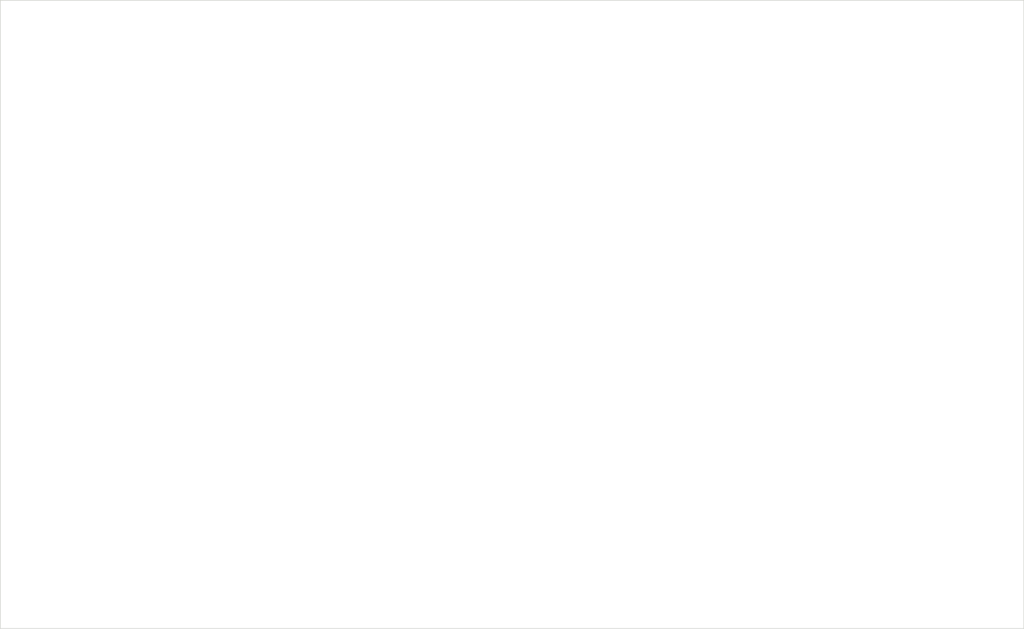
<source format=kicad_pcb>
(kicad_pcb (version 3) (host pcbnew "(2014-jan-25)-product")

  (general
    (links 0)
    (no_connects 0)
    (area 18.199999 27.699999 280.711001 108.460728)
    (thickness 1.6)
    (drawings 4)
    (tracks 0)
    (zones 0)
    (modules 0)
    (nets 1)
  )

  (page A4)
  (layers
    (15 F.Cu signal)
    (0 B.Cu signal)
    (16 B.Adhes user)
    (17 F.Adhes user)
    (18 B.Paste user)
    (19 F.Paste user)
    (20 B.SilkS user)
    (21 F.SilkS user)
    (22 B.Mask user)
    (23 F.Mask user)
    (24 Dwgs.User user)
    (25 Cmts.User user)
    (26 Eco1.User user)
    (27 Eco2.User user)
    (28 Edge.Cuts user)
  )

  (setup
    (last_trace_width 0.254)
    (trace_clearance 0.254)
    (zone_clearance 0.508)
    (zone_45_only no)
    (trace_min 0.254)
    (segment_width 0.2)
    (edge_width 0.1)
    (via_size 0.889)
    (via_drill 0.635)
    (via_min_size 0.889)
    (via_min_drill 0.508)
    (uvia_size 0.508)
    (uvia_drill 0.127)
    (uvias_allowed no)
    (uvia_min_size 0.508)
    (uvia_min_drill 0.127)
    (pcb_text_width 0.3)
    (pcb_text_size 1.5 1.5)
    (mod_edge_width 0.15)
    (mod_text_size 1 1)
    (mod_text_width 0.15)
    (pad_size 1.5 1.5)
    (pad_drill 0.6)
    (pad_to_mask_clearance 0)
    (aux_axis_origin 0 0)
    (visible_elements FFFFFF7F)
    (pcbplotparams
      (layerselection 3178497)
      (usegerberextensions true)
      (excludeedgelayer true)
      (linewidth 0.100000)
      (plotframeref false)
      (viasonmask false)
      (mode 1)
      (useauxorigin false)
      (hpglpennumber 1)
      (hpglpenspeed 20)
      (hpglpendiameter 15)
      (hpglpenoverlay 2)
      (psnegative false)
      (psa4output false)
      (plotreference true)
      (plotvalue true)
      (plotinvisibletext false)
      (padsonsilk false)
      (subtractmaskfromsilk false)
      (outputformat 1)
      (mirror false)
      (drillshape 1)
      (scaleselection 1)
      (outputdirectory ""))
  )

  (net 0 "")

  (net_class Default "This is the default net class."
    (clearance 0.254)
    (trace_width 0.254)
    (via_dia 0.889)
    (via_drill 0.635)
    (uvia_dia 0.508)
    (uvia_drill 0.127)
  )

  (gr_line (start 123.75 124.75) (end 123.75 30) (angle 90) (layer Edge.Cuts) (width 0.1))
  (gr_line (start 278 124.75) (end 123.75 124.75) (angle 90) (layer Edge.Cuts) (width 0.1))
  (gr_line (start 278 30) (end 278 124.75) (angle 90) (layer Edge.Cuts) (width 0.1))
  (gr_line (start 123.75 30) (end 278 30) (angle 90) (layer Edge.Cuts) (width 0.1))

)

</source>
